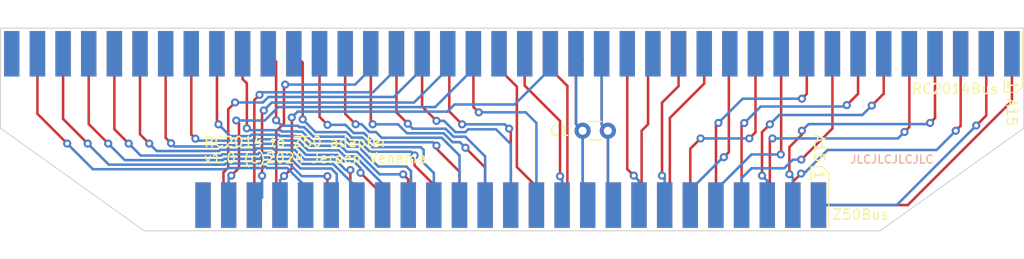
<source format=kicad_pcb>
(kicad_pcb (version 20240108) (generator "pcbnew") (generator_version "8.0")
  (layers (0 "F.Cu" signal) (31 "B.Cu" signal) (34 "B.Paste" user) (35 "F.Paste" user) (36 "B.SilkS" user "B.Silkscreen") (37 "F.SilkS" user "F.Silkscreen") (38 "B.Mask" user) (39 "F.Mask" user) (44 "Edge.Cuts" user))
  (net 0 "")
  (net 1 "/D7")
  (net 2 "/D6")
  (net 3 "/A12")
  (net 4 "/{slash}BUSRQ")
  (net 5 "/A9")
  (net 6 "/{slash}HALT")
  (net 7 "/{slash}IOREQ")
  (net 8 "/A10")
  (net 9 "/D0")
  (net 10 "/D1")
  (net 11 "/A5")
  (net 12 "VCC")
  (net 13 "/{slash}INT")
  (net 14 "/{slash}RD")
  (net 15 "/A11")
  (net 16 "/A0")
  (net 17 "/USR1")
  (net 18 "/{slash}WR")
  (net 19 "/A15")
  (net 20 "/A7")
  (net 21 "/IEO")
  (net 22 "/A4")
  (net 23 "/{slash}WAIT")
  (net 24 "GND")
  (net 25 "/D3")
  (net 26 "/USR0")
  (net 27 "/{slash}BUSACK")
  (net 28 "/A6")
  (net 29 "/D5")
  (net 30 "/IEI")
  (net 31 "/A14")
  (net 32 "/A13")
  (net 33 "/USR3")
  (net 34 "/CLOCK")
  (net 35 "/A1")
  (net 36 "/D4")
  (net 37 "/A2")
  (net 38 "/USR2")
  (net 39 "/{slash}NMI")
  (net 40 "/A3")
  (net 41 "/D2")
  (net 42 "/{slash}MREQ")
  (net 43 "/{slash}RST")
  (net 44 "/A8")
  (net 45 "/TX")
  (net 46 "/RX")
  (net 47 "/{slash}REFRESH")
  (net 48 "/{slash}M1")
  (net 52 "/PAGE")
  (net 59 "/CLOCK2")
  (footprint "Capacitor_THT:C_Disc_D3.0mm_W1.6mm_P2.50mm" (layer "F.Cu") (at 215.138 104.14)
    (property "Reference" "C1")
    (property "Value" "C" (hide yes))
  )
  (footprint "z50rc2014:z50bus_edge" (layer "F.Cu") (at 208.02 116.58)
    (property "Reference" "J1" (hide yes))
    (property "Value" "Z50bus" (hide yes))
  )
  (footprint "z50rc2014:rc2014_edge" (layer "F.Cu") (at 227.178 91.44 180)
    (property "Reference" "J2" (hide yes))
    (property "Value" "Conn_02x40_Top_Bottom" (hide yes))
  )
  (gr_line (start 258.826 93.98) (end 258.826 103.886) (stroke (width 0.1)) (layer "Edge.Cuts"))
  (gr_line (start 157.48 103.886) (end 171.704 114.046) (stroke (width 0.1)) (layer "Edge.Cuts"))
  (gr_line (start 244.602 114.046) (end 171.704 114.046) (stroke (width 0.1)) (layer "Edge.Cuts"))
  (gr_line (start 258.826 103.886) (end 244.602 114.046) (stroke (width 0.1)) (layer "Edge.Cuts"))
  (gr_line (start 157.48 103.886) (end 157.48 93.98) (stroke (width 0.1)) (layer "Edge.Cuts"))
  (gr_line (start 157.48 93.98) (end 258.826 93.98) (stroke (width 0.1)) (layer "Edge.Cuts"))
  (gr_text "JLCJLCJLCJLC" (at 241.554 107.442 0) (layer "B.SilkS") (effects (font (size 0.8 0.8) (thickness 0.15) (bold yes)) (justify left bottom)))
  (gr_text "RC2014 to Z50 adapter\nv1.0 (c)2024 Jeroen Venema" (at 177.546 107.442 0) (layer "F.SilkS") (effects (font (size 1 1)) (justify left bottom)))
  (gr_text "Bus" (at 253.492 100.584 0) (layer "F.SilkS") (effects (font (size 1 1)) (justify left bottom)))
  (gr_text "A15" (at 257.048 100.838 270) (layer "F.SilkS") (effects (font (size 1 1)) (justify left bottom)))
  (gr_text "A15" (at 237.998 104.394 270) (layer "F.SilkS") (effects (font (size 1 1)) (justify left bottom)))
  (segment (start 195.32 110.483015) (end 193.142839 108.305854) (width 0.25) (layer "F.Cu") (net 1))
  (segment (start 195.32 111.5) (end 195.32 110.483015) (width 0.25) (layer "F.Cu") (net 1))
  (segment (start 173.838 96.52) (end 173.838 104.839923) (width 0.25) (layer "F.Cu") (net 1))
  (segment (start 173.838 104.839923) (end 174.373077 105.375) (width 0.25) (layer "F.Cu") (net 1))
  (via (at 193.142839 108.305854) (size 0.8) (drill 0.4) (layers "F.Cu" "B.Cu") (net 1))
  (via (at 174.373077 105.375) (size 0.8) (drill 0.4) (layers "F.Cu" "B.Cu") (net 1))
  (segment (start 191.445228 107.175) (end 190.800228 106.53) (width 0.25) (layer "B.Cu") (net 1))
  (segment (start 179.073004 105.574) (end 178.947004 105.7) (width 0.25) (layer "B.Cu") (net 1))
  (segment (start 192.471605 107.175) (end 191.445228 107.175) (width 0.25) (layer "B.Cu") (net 1))
  (segment (start 182.57402 105.574) (end 179.073004 105.574) (width 0.25) (layer "B.Cu") (net 1))
  (segment (start 184.640996 105.433) (end 182.71502 105.433) (width 0.25) (layer "B.Cu") (net 1))
  (segment (start 178.947004 105.7) (end 174.698077 105.7) (width 0.25) (layer "B.Cu") (net 1))
  (segment (start 174.698077 105.7) (end 174.373077 105.375) (width 0.25) (layer "B.Cu") (net 1))
  (segment (start 187.750012 106.53) (end 186.805012 105.585) (width 0.25) (layer "B.Cu") (net 1))
  (segment (start 193.142839 108.305854) (end 193.142839 107.846234) (width 0.25) (layer "B.Cu") (net 1))
  (segment (start 186.805012 105.585) (end 184.792996 105.585) (width 0.25) (layer "B.Cu") (net 1))
  (segment (start 182.71502 105.433) (end 182.57402 105.574) (width 0.25) (layer "B.Cu") (net 1))
  (segment (start 193.142839 107.846234) (end 192.471605 107.175) (width 0.25) (layer "B.Cu") (net 1))
  (segment (start 190.800228 106.53) (end 187.750012 106.53) (width 0.25) (layer "B.Cu") (net 1))
  (segment (start 184.792996 105.585) (end 184.640996 105.433) (width 0.25) (layer "B.Cu") (net 1))
  (segment (start 176.378 96.52) (end 176.378 104.518859) (width 0.25) (layer "F.Cu") (net 2))
  (segment (start 176.378 104.518859) (end 176.784141 104.925) (width 0.25) (layer "F.Cu") (net 2))
  (via (at 176.784141 104.925) (size 0.8) (drill 0.4) (layers "F.Cu" "B.Cu") (net 2))
  (segment (start 187.936408 106.08) (end 186.991408 105.135) (width 0.25) (layer "B.Cu") (net 2))
  (segment (start 186.991408 105.135) (end 186.531788 105.135) (width 0.25) (layer "B.Cu") (net 2))
  (segment (start 182.387624 105.124) (end 176.983141 105.124) (width 0.25) (layer "B.Cu") (net 2))
  (segment (start 186.506788 105.11) (end 184.954392 105.11) (width 0.25) (layer "B.Cu") (net 2))
  (segment (start 191.586624 106.68) (end 190.986624 106.08) (width 0.25) (layer "B.Cu") (net 2))
  (segment (start 182.528624 104.983) (end 182.387624 105.124) (width 0.25) (layer "B.Cu") (net 2))
  (segment (start 190.986624 106.08) (end 187.936408 106.08) (width 0.25) (layer "B.Cu") (net 2))
  (segment (start 184.954392 105.11) (end 184.827392 104.983) (width 0.25) (layer "B.Cu") (net 2))
  (segment (start 176.983141 105.124) (end 176.784141 104.925) (width 0.25) (layer "B.Cu") (net 2))
  (segment (start 195.32 109.386999) (end 192.613001 106.68) (width 0.25) (layer "B.Cu") (net 2))
  (segment (start 186.531788 105.135) (end 186.506788 105.11) (width 0.25) (layer "B.Cu") (net 2))
  (segment (start 184.827392 104.983) (end 182.528624 104.983) (width 0.25) (layer "B.Cu") (net 2))
  (segment (start 195.32 111.5) (end 195.32 109.386999) (width 0.25) (layer "B.Cu") (net 2))
  (segment (start 192.613001 106.68) (end 191.586624 106.68) (width 0.25) (layer "B.Cu") (net 2))
  (segment (start 250.038 102.882) (end 249.555 103.365) (width 0.25) (layer "F.Cu") (net 3))
  (segment (start 250.038 96.52) (end 250.038 102.882) (width 0.25) (layer "F.Cu") (net 3))
  (segment (start 236.855 104.521) (end 235.615155 105.760845) (width 0.25) (layer "F.Cu") (net 3))
  (segment (start 235.615155 105.760845) (end 235.615155 108.441917) (width 0.25) (layer "F.Cu") (net 3))
  (segment (start 236.855 104.14) (end 236.855 104.521) (width 0.25) (layer "F.Cu") (net 3))
  (via (at 236.855 104.14) (size 0.8) (drill 0.4) (layers "F.Cu" "B.Cu") (net 3))
  (via (at 249.555 103.365) (size 0.8) (drill 0.4) (layers "F.Cu" "B.Cu") (net 3))
  (via (at 235.615155 108.441917) (size 0.8) (drill 0.4) (layers "F.Cu" "B.Cu") (net 3))
  (segment (start 249.555 103.365) (end 249.438377 103.481623) (width 0.25) (layer "B.Cu") (net 3))
  (segment (start 237.513377 103.481623) (end 236.855 104.14) (width 0.25) (layer "B.Cu") (net 3))
  (segment (start 235.96 108.786762) (end 235.615155 108.441917) (width 0.25) (layer "B.Cu") (net 3))
  (segment (start 235.96 111.5) (end 235.96 108.786762) (width 0.25) (layer "B.Cu") (net 3))
  (segment (start 249.438377 103.481623) (end 237.513377 103.481623) (width 0.25) (layer "B.Cu") (net 3))
  (segment (start 179.565 108.263984) (end 180.032633 107.796351) (width 0.25) (layer "F.Cu") (net 4))
  (segment (start 179.565 110.985) (end 179.565 108.263984) (width 0.25) (layer "F.Cu") (net 4))
  (segment (start 180.032633 107.796351) (end 180.032633 102.020069) (width 0.25) (layer "F.Cu") (net 4))
  (segment (start 180.08 111.5) (end 179.565 110.985) (width 0.25) (layer "F.Cu") (net 4))
  (segment (start 180.032633 102.020069) (end 180.713851 101.338851) (width 0.25) (layer "F.Cu") (net 4))
  (via (at 180.713851 101.338851) (size 0.8) (drill 0.4) (layers "F.Cu" "B.Cu") (net 4))
  (segment (start 184.021016 100.793) (end 183.475165 101.338851) (width 0.25) (layer "B.Cu") (net 4))
  (segment (start 199.238 98.008) (end 196.453 100.793) (width 0.25) (layer "B.Cu") (net 4))
  (segment (start 199.238 96.52) (end 199.238 98.008) (width 0.25) (layer "B.Cu") (net 4))
  (segment (start 196.453 100.793) (end 184.021016 100.793) (width 0.25) (layer "B.Cu") (net 4))
  (segment (start 183.475165 101.338851) (end 180.713851 101.338851) (width 0.25) (layer "B.Cu") (net 4))
  (segment (start 230.88 103.638) (end 231.14 103.378) (width 0.25) (layer "F.Cu") (net 5))
  (segment (start 242.418 96.52) (end 242.418 100.482) (width 0.25) (layer "F.Cu") (net 5))
  (segment (start 242.418 100.482) (end 241.3 101.6) (width 0.25) (layer "F.Cu") (net 5))
  (segment (start 230.88 111.5) (end 230.88 103.638) (width 0.25) (layer "F.Cu") (net 5))
  (via (at 241.3 101.6) (size 0.8) (drill 0.4) (layers "F.Cu" "B.Cu") (net 5))
  (via (at 231.14 103.378) (size 0.8) (drill 0.4) (layers "F.Cu" "B.Cu") (net 5))
  (segment (start 232.778 101.74) (end 231.14 103.378) (width 0.25) (layer "B.Cu") (net 5))
  (segment (start 241.3 101.6) (end 241.16 101.74) (width 0.25) (layer "B.Cu") (net 5))
  (segment (start 241.16 101.74) (end 232.778 101.74) (width 0.25) (layer "B.Cu") (net 5))
  (segment (start 183.388 102.294731) (end 183.388 108.599) (width 0.25) (layer "F.Cu") (net 6))
  (segment (start 183.555238 102.127493) (end 183.388 102.294731) (width 0.25) (layer "F.Cu") (net 6))
  (via (at 183.555238 102.127493) (size 0.8) (drill 0.4) (layers "F.Cu" "B.Cu") (net 6))
  (via (at 183.388 108.599) (size 0.8) (drill 0.4) (layers "F.Cu" "B.Cu") (net 6))
  (segment (start 201.778 96.52) (end 201.778 98.008) (width 0.25) (layer "B.Cu") (net 6))
  (segment (start 198.44 101.346) (end 184.336731 101.346) (width 0.25) (layer "B.Cu") (net 6))
  (segment (start 183.388 110.732) (end 183.388 108.599) (width 0.25) (layer "B.Cu") (net 6))
  (segment (start 184.336731 101.346) (end 183.555238 102.127493) (width 0.25) (layer "B.Cu") (net 6))
  (segment (start 182.62 111.5) (end 183.388 110.732) (width 0.25) (layer "B.Cu") (net 6))
  (segment (start 201.778 98.008) (end 198.44 101.346) (width 0.25) (layer "B.Cu") (net 6))
  (segment (start 194.158 103.310607) (end 194.342393 103.495) (width 0.25) (layer "F.Cu") (net 7))
  (segment (start 205.48 107.776016) (end 203.529658 105.825674) (width 0.25) (layer "F.Cu") (net 7))
  (segment (start 194.158 96.52) (end 194.158 103.310607) (width 0.25) (layer "F.Cu") (net 7))
  (segment (start 205.48 111.5) (end 205.48 107.776016) (width 0.25) (layer "F.Cu") (net 7))
  (via (at 194.342393 103.495) (size 0.8) (drill 0.4) (layers "F.Cu" "B.Cu") (net 7))
  (via (at 203.529658 105.825674) (size 0.8) (drill 0.4) (layers "F.Cu" "B.Cu") (net 7))
  (segment (start 201.367413 104.385001) (end 202.252412 105.27) (width 0.25) (layer "B.Cu") (net 7))
  (segment (start 202.973984 105.27) (end 203.529658 105.825674) (width 0.25) (layer "B.Cu") (net 7))
  (segment (start 194.342393 103.495) (end 194.352393 103.505) (width 0.25) (layer "B.Cu") (net 7))
  (segment (start 194.352393 103.505) (end 196.85698 103.505) (width 0.25) (layer "B.Cu") (net 7))
  (segment (start 197.736981 104.385001) (end 201.367413 104.385001) (width 0.25) (layer "B.Cu") (net 7))
  (segment (start 202.252412 105.27) (end 202.973984 105.27) (width 0.25) (layer "B.Cu") (net 7))
  (segment (start 196.85698 103.505) (end 197.736981 104.385001) (width 0.25) (layer "B.Cu") (net 7))
  (segment (start 232.905 108.585) (end 232.905 104.28) (width 0.25) (layer "F.Cu") (net 8))
  (segment (start 232.905 104.28) (end 233.68 103.505) (width 0.25) (layer "F.Cu") (net 8))
  (segment (start 244.958 96.52) (end 244.958 100.468034) (width 0.25) (layer "F.Cu") (net 8))
  (segment (start 244.958 100.468034) (end 243.780486 101.645548) (width 0.25) (layer "F.Cu") (net 8))
  (via (at 243.780486 101.645548) (size 0.8) (drill 0.4) (layers "F.Cu" "B.Cu") (net 8))
  (via (at 233.68 103.505) (size 0.8) (drill 0.4) (layers "F.Cu" "B.Cu") (net 8))
  (via (at 232.905 108.585) (size 0.8) (drill 0.4) (layers "F.Cu" "B.Cu") (net 8))
  (segment (start 233.42 111.5) (end 233.42 109.1) (width 0.25) (layer "B.Cu") (net 8))
  (segment (start 233.42 109.1) (end 232.905 108.585) (width 0.25) (layer "B.Cu") (net 8))
  (segment (start 234.6058 102.5792) (end 233.68 103.505) (width 0.25) (layer "B.Cu") (net 8))
  (segment (start 243.780486 101.645548) (end 242.846834 102.5792) (width 0.25) (layer "B.Cu") (net 8))
  (segment (start 242.846834 102.5792) (end 234.6058 102.5792) (width 0.25) (layer "B.Cu") (net 8))
  (segment (start 191.618 96.52) (end 191.618 102.46051) (width 0.25) (layer "F.Cu") (net 9))
  (segment (start 191.618 102.46051) (end 192.6525 103.49501) (width 0.25) (layer "F.Cu") (net 9))
  (via (at 192.6525 103.49501) (size 0.8) (drill 0.4) (layers "F.Cu" "B.Cu") (net 9))
  (segment (start 194.021377 104.27) (end 194.663409 104.27) (width 0.25) (layer "B.Cu") (net 9))
  (segment (start 193.246387 103.49501) (end 194.021377 104.27) (width 0.25) (layer "B.Cu") (net 9))
  (segment (start 195.228409 104.835) (end 201.181016 104.835) (width 0.25) (layer "B.Cu") (net 9))
  (segment (start 192.6525 103.49501) (end 193.246387 103.49501) (width 0.25) (layer "B.Cu") (net 9))
  (segment (start 202.946 111.494) (end 202.94 111.5) (width 0.25) (layer "B.Cu") (net 9))
  (segment (start 202.946 106.599984) (end 202.946 111.494) (width 0.25) (layer "B.Cu") (net 9))
  (segment (start 194.663409 104.27) (end 195.228409 104.835) (width 0.25) (layer "B.Cu") (net 9))
  (segment (start 201.181016 104.835) (end 202.946 106.599984) (width 0.25) (layer "B.Cu") (net 9))
  (segment (start 200.66 105.918) (end 200.66 105.61) (width 0.25) (layer "F.Cu") (net 10))
  (segment (start 189.078 96.52) (end 189.078 102.766007) (width 0.25) (layer "F.Cu") (net 10))
  (segment (start 202.94 108.198) (end 200.66 105.918) (width 0.25) (layer "F.Cu") (net 10))
  (segment (start 202.94 111.5) (end 202.94 108.198) (width 0.25) (layer "F.Cu") (net 10))
  (segment (start 189.078 102.766007) (end 189.865 103.553007) (width 0.25) (layer "F.Cu") (net 10))
  (via (at 200.66 105.61) (size 0.8) (drill 0.4) (layers "F.Cu" "B.Cu") (net 10))
  (via (at 189.865 103.553007) (size 0.8) (drill 0.4) (layers "F.Cu" "B.Cu") (net 10))
  (segment (start 200.335001 105.285001) (end 194.399982 105.285001) (width 0.25) (layer "B.Cu") (net 10))
  (segment (start 193.484981 104.37) (end 192.458604 104.37) (width 0.25) (layer "B.Cu") (net 10))
  (segment (start 200.66 105.61) (end 200.335001 105.285001) (width 0.25) (layer "B.Cu") (net 10))
  (segment (start 191.641611 103.553007) (end 189.865 103.553007) (width 0.25) (layer "B.Cu") (net 10))
  (segment (start 194.399982 105.285001) (end 193.484981 104.37) (width 0.25) (layer "B.Cu") (net 10))
  (segment (start 192.458604 104.37) (end 191.641611 103.553007) (width 0.25) (layer "B.Cu") (net 10))
  (segment (start 232.258 96.52) (end 232.258 104.292) (width 0.25) (layer "F.Cu") (net 11))
  (segment (start 225.8 105.924) (end 226.822 104.902) (width 0.25) (layer "F.Cu") (net 11))
  (segment (start 232.258 104.292) (end 231.647996 104.902004) (width 0.25) (layer "F.Cu") (net 11))
  (segment (start 225.8 111.5) (end 225.8 105.924) (width 0.25) (layer "F.Cu") (net 11))
  (via (at 231.647996 104.902004) (size 0.8) (drill 0.4) (layers "F.Cu" "B.Cu") (net 11))
  (via (at 226.822 104.902) (size 0.8) (drill 0.4) (layers "F.Cu" "B.Cu") (net 11))
  (segment (start 231.647992 104.902) (end 231.647996 104.902004) (width 0.25) (layer "B.Cu") (net 11))
  (segment (start 226.822 104.902) (end 231.647992 104.902) (width 0.25) (layer "B.Cu") (net 11))
  (segment (start 215.138 104.14) (end 215.138 110.998) (width 0.25) (layer "F.Cu") (net 12))
  (segment (start 214.478 96.52) (end 214.478 103.48) (width 0.25) (layer "F.Cu") (net 12))
  (segment (start 214.478 103.48) (end 215.138 104.14) (width 0.25) (layer "F.Cu") (net 12))
  (segment (start 214.478 96.52) (end 215.138 97.18) (width 0.25) (layer "F.Cu") (net 12))
  (segment (start 215.138 110.998) (end 215.64 111.5) (width 0.25) (layer "F.Cu") (net 12))
  (segment (start 214.478 96.52) (end 214.478 103.48) (width 0.25) (layer "B.Cu") (net 12))
  (segment (start 215.138 104.14) (end 215.138 110.998) (width 0.25) (layer "B.Cu") (net 12))
  (segment (start 214.478 96.52) (end 215.138 97.18) (width 0.25) (layer "B.Cu") (net 12))
  (segment (start 215.138 110.998) (end 215.64 111.5) (width 0.25) (layer "B.Cu") (net 12))
  (segment (start 214.478 103.48) (end 215.138 104.14) (width 0.25) (layer "B.Cu") (net 12))
  (segment (start 204.318 101.781972) (end 204.851025 102.314997) (width 0.25) (layer "F.Cu") (net 13))
  (segment (start 204.318 96.52) (end 204.318 101.781972) (width 0.25) (layer "F.Cu") (net 13))
  (via (at 204.851025 102.314997) (size 0.8) (drill 0.4) (layers "F.Cu" "B.Cu") (net 13))
  (segment (start 209.502997 102.314997) (end 210.56 103.372) (width 0.25) (layer "B.Cu") (net 13))
  (segment (start 210.56 103.372) (end 210.56 111.5) (width 0.25) (layer "B.Cu") (net 13))
  (segment (start 204.851025 102.314997) (end 209.502997 102.314997) (width 0.25) (layer "B.Cu") (net 13))
  (segment (start 196.698 102.320716) (end 196.698 96.52) (width 0.25) (layer "F.Cu") (net 14))
  (segment (start 197.822284 103.445) (end 196.698 102.320716) (width 0.25) (layer "F.Cu") (net 14))
  (via (at 197.822284 103.445) (size 0.8) (drill 0.4) (layers "F.Cu" "B.Cu") (net 14))
  (segment (start 202.348809 104.730001) (end 203.530001 104.730001) (width 0.25) (layer "B.Cu") (net 14))
  (segment (start 205.48 106.68) (end 205.48 111.5) (width 0.25) (layer "B.Cu") (net 14))
  (segment (start 197.822284 103.445) (end 198.312284 103.935) (width 0.25) (layer "B.Cu") (net 14))
  (segment (start 203.530001 104.730001) (end 205.48 106.68) (width 0.25) (layer "B.Cu") (net 14))
  (segment (start 198.312284 103.935) (end 201.553808 103.935) (width 0.25) (layer "B.Cu") (net 14))
  (segment (start 201.553808 103.935) (end 202.348809 104.730001) (width 0.25) (layer "B.Cu") (net 14))
  (segment (start 247.498 103.773623) (end 247.015 104.256623) (width 0.25) (layer "F.Cu") (net 15))
  (segment (start 247.498 96.52) (end 247.498 103.773623) (width 0.25) (layer "F.Cu") (net 15))
  (segment (start 233.68 105.156) (end 233.934 104.902) (width 0.25) (layer "F.Cu") (net 15))
  (segment (start 233.42 111.5) (end 233.68 111.24) (width 0.25) (layer "F.Cu") (net 15))
  (segment (start 233.68 111.24) (end 233.68 105.156) (width 0.25) (layer "F.Cu") (net 15))
  (via (at 247.015 104.256623) (size 0.8) (drill 0.4) (layers "F.Cu" "B.Cu") (net 15))
  (via (at 233.934 104.902) (size 0.8) (drill 0.4) (layers "F.Cu" "B.Cu") (net 15))
  (segment (start 247.015 104.256623) (end 246.369623 104.902) (width 0.25) (layer "B.Cu") (net 15))
  (segment (start 246.369623 104.902) (end 233.934 104.902) (width 0.25) (layer "B.Cu") (net 15))
  (segment (start 219.558 96.52) (end 219.558 107.938) (width 0.25) (layer "F.Cu") (net 16))
  (segment (start 219.558 107.938) (end 220.205 108.585) (width 0.25) (layer "F.Cu") (net 16))
  (via (at 220.205 108.585) (size 0.8) (drill 0.4) (layers "F.Cu" "B.Cu") (net 16))
  (segment (start 220.72 109.1) (end 220.205 108.585) (width 0.25) (layer "B.Cu") (net 16))
  (segment (start 220.72 111.5) (end 220.72 109.1) (width 0.25) (layer "B.Cu") (net 16))
  (segment (start 163.678 102.972) (end 166.116 105.41) (width 0.25) (layer "F.Cu") (net 17))
  (segment (start 163.678 96.52) (end 163.678 102.972) (width 0.25) (layer "F.Cu") (net 17))
  (segment (start 189.857512 111.117512) (end 189.857512 108.645) (width 0.25) (layer "F.Cu") (net 17))
  (segment (start 190.24 111.5) (end 189.857512 111.117512) (width 0.25) (layer "F.Cu") (net 17))
  (via (at 189.857512 108.645) (size 0.8) (drill 0.4) (layers "F.Cu" "B.Cu") (net 17))
  (via (at 166.116 105.41) (size 0.8) (drill 0.4) (layers "F.Cu" "B.Cu") (net 17))
  (segment (start 187.319428 108.645) (end 186.059428 107.385) (width 0.25) (layer "B.Cu") (net 17))
  (segment (start 182.728588 107.385) (end 179.807588 107.385) (width 0.25) (layer "B.Cu") (net 17))
  (segment (start 179.692588 107.5) (end 168.206 107.5) (width 0.25) (layer "B.Cu") (net 17))
  (segment (start 183.460604 107.233) (end 183.319604 107.374) (width 0.25) (layer "B.Cu") (net 17))
  (segment (start 186.059428 107.385) (end 184.047412 107.385) (width 0.25) (layer "B.Cu") (net 17))
  (segment (start 183.319604 107.374) (end 182.739588 107.374) (width 0.25) (layer "B.Cu") (net 17))
  (segment (start 168.206 107.5) (end 166.116 105.41) (width 0.25) (layer "B.Cu") (net 17))
  (segment (start 189.857512 108.645) (end 187.319428 108.645) (width 0.25) (layer "B.Cu") (net 17))
  (segment (start 184.047412 107.385) (end 183.895412 107.233) (width 0.25) (layer "B.Cu") (net 17))
  (segment (start 183.895412 107.233) (end 183.460604 107.233) (width 0.25) (layer "B.Cu") (net 17))
  (segment (start 182.739588 107.374) (end 182.728588 107.385) (width 0.25) (layer "B.Cu") (net 17))
  (segment (start 179.807588 107.385) (end 179.692588 107.5) (width 0.25) (layer "B.Cu") (net 17))
  (segment (start 199.238 96.52) (end 199.238 101.738) (width 0.25) (layer "F.Cu") (net 18))
  (segment (start 199.238 101.738) (end 200.66 103.16) (width 0.25) (layer "F.Cu") (net 18))
  (via (at 200.66 103.16) (size 0.8) (drill 0.4) (layers "F.Cu" "B.Cu") (net 18))
  (segment (start 202.535205 104.280001) (end 203.521015 104.280001) (width 0.25) (layer "B.Cu") (net 18))
  (segment (start 206.558119 104) (end 208.02 105.461881) (width 0.25) (layer "B.Cu") (net 18))
  (segment (start 208.02 105.461881) (end 208.02 111.5) (width 0.25) (layer "B.Cu") (net 18))
  (segment (start 200.66 103.16) (end 201.415204 103.16) (width 0.25) (layer "B.Cu") (net 18))
  (segment (start 201.415204 103.16) (end 202.535205 104.280001) (width 0.25) (layer "B.Cu") (net 18))
  (segment (start 203.521015 104.280001) (end 203.801016 104) (width 0.25) (layer "B.Cu") (net 18))
  (segment (start 203.801016 104) (end 206.558119 104) (width 0.25) (layer "B.Cu") (net 18))
  (segment (start 247.341 111.5) (end 238.5 111.5) (width 0.25) (layer "F.Cu") (net 19))
  (segment (start 257.658 96.52) (end 257.658 101.183) (width 0.25) (layer "F.Cu") (net 19))
  (segment (start 257.658 101.183) (end 247.341 111.5) (width 0.25) (layer "F.Cu") (net 19))
  (segment (start 228.346 103.607664) (end 228.5866 103.367064) (width 0.25) (layer "F.Cu") (net 20))
  (segment (start 237.338 96.52) (end 237.720745 96.902745) (width 0.25) (layer "F.Cu") (net 20))
  (segment (start 237.338 100.481996) (end 236.855 100.964996) (width 0.25) (layer "F.Cu") (net 20))
  (segment (start 228.34 111.5) (end 228.346 111.494) (width 0.25) (layer "F.Cu") (net 20))
  (segment (start 228.346 111.494) (end 228.346 103.607664) (width 0.25) (layer "F.Cu") (net 20))
  (segment (start 237.338 96.52) (end 237.338 100.481996) (width 0.25) (layer "F.Cu") (net 20))
  (via (at 236.855 100.964996) (size 0.8) (drill 0.4) (layers "F.Cu" "B.Cu") (net 20))
  (via (at 228.5866 103.367064) (size 0.8) (drill 0.4) (layers "F.Cu" "B.Cu") (net 20))
  (segment (start 230.988664 100.965) (end 236.854996 100.965) (width 0.25) (layer "B.Cu") (net 20))
  (segment (start 228.5866 103.367064) (end 230.988664 100.965) (width 0.25) (layer "B.Cu") (net 20))
  (segment (start 236.854996 100.965) (end 236.855 100.964996) (width 0.25) (layer "B.Cu") (net 20))
  (segment (start 229.618419 96.619581) (end 229.618419 106.261112) (width 0.25) (layer "F.Cu") (net 22))
  (segment (start 229.718 96.52) (end 229.618419 96.619581) (width 0.25) (layer "F.Cu") (net 22))
  (segment (start 229.618419 106.261112) (end 229.121 106.758531) (width 0.25) (layer "F.Cu") (net 22))
  (via (at 229.121 106.758531) (size 0.8) (drill 0.4) (layers "F.Cu" "B.Cu") (net 22))
  (segment (start 225.8 110.012) (end 229.053469 106.758531) (width 0.25) (layer "B.Cu") (net 22))
  (segment (start 229.053469 106.758531) (end 229.121 106.758531) (width 0.25) (layer "B.Cu") (net 22))
  (segment (start 225.8 111.5) (end 225.8 110.012) (width 0.25) (layer "B.Cu") (net 22))
  (segment (start 182.62 101.097996) (end 183.134 100.583996) (width 0.25) (layer "F.Cu") (net 23))
  (segment (start 182.62 111.5) (end 182.62 101.097996) (width 0.25) (layer "F.Cu") (net 23))
  (via (at 183.134 100.583996) (size 0.8) (drill 0.4) (layers "F.Cu" "B.Cu") (net 23))
  (segment (start 196.698 98.008) (end 194.375994 100.330006) (width 0.25) (layer "B.Cu") (net 23))
  (segment (start 194.375994 100.330006) (end 183.38799 100.330006) (width 0.25) (layer "B.Cu") (net 23))
  (segment (start 196.698 96.52) (end 196.698 98.008) (width 0.25) (layer "B.Cu") (net 23))
  (segment (start 183.38799 100.330006) (end 183.134 100.583996) (width 0.25) (layer "B.Cu") (net 23))
  (segment (start 217.638 104.14) (end 217.638 110.958) (width 0.25) (layer "F.Cu") (net 24))
  (segment (start 217.018 103.52) (end 217.638 104.14) (width 0.25) (layer "F.Cu") (net 24))
  (segment (start 217.018 96.52) (end 217.018 103.52) (width 0.25) (layer "F.Cu") (net 24))
  (segment (start 217.638 110.958) (end 218.18 111.5) (width 0.25) (layer "F.Cu") (net 24))
  (segment (start 217.018 103.52) (end 217.638 104.14) (width 0.25) (layer "B.Cu") (net 24))
  (segment (start 217.638 110.958) (end 218.18 111.5) (width 0.25) (layer "B.Cu") (net 24))
  (segment (start 217.018 96.52) (end 217.018 103.52) (width 0.25) (layer "B.Cu") (net 24))
  (segment (start 217.638 104.14) (end 217.638 110.958) (width 0.25) (layer "B.Cu") (net 24))
  (segment (start 198.499456 107.585456) (end 198.499456 106.578862) (width 0.25) (layer "F.Cu") (net 25))
  (segment (start 200.4 109.486) (end 198.499456 107.585456) (width 0.25) (layer "F.Cu") (net 25))
  (segment (start 184.778012 97.300012) (end 184.778012 103.096751) (width 0.25) (layer "F.Cu") (net 25))
  (segment (start 200.4 111.5) (end 200.4 109.486) (width 0.25) (layer "F.Cu") (net 25))
  (segment (start 183.998 96.52) (end 184.778012 97.300012) (width 0.25) (layer "F.Cu") (net 25))
  (via (at 184.778012 103.096751) (size 0.8) (drill 0.4) (layers "F.Cu" "B.Cu") (net 25))
  (via (at 198.499456 106.578862) (size 0.8) (drill 0.4) (layers "F.Cu" "B.Cu") (net 25))
  (segment (start 198.139576 106.218982) (end 194.061171 106.218982) (width 0.25) (layer "B.Cu") (net 25))
  (segment (start 185.326261 103.645) (end 184.778012 103.096751) (width 0.25) (layer "B.Cu") (net 25))
  (segment (start 187.550596 103.785) (end 187.090976 103.785) (width 0.25) (layer "B.Cu") (net 25))
  (segment (start 188.495596 104.73) (end 187.550596 103.785) (width 0.25) (layer "B.Cu") (net 25))
  (segment (start 194.061171 106.218982) (end 193.112189 105.27) (width 0.25) (layer "B.Cu") (net 25))
  (segment (start 198.499456 106.578862) (end 198.139576 106.218982) (width 0.25) (layer "B.Cu") (net 25))
  (segment (start 186.950976 103.645) (end 185.326261 103.645) (width 0.25) (layer "B.Cu") (net 25))
  (segment (start 191.545812 104.73) (end 188.495596 104.73) (width 0.25) (layer "B.Cu") (net 25))
  (segment (start 187.090976 103.785) (end 186.950976 103.645) (width 0.25) (layer "B.Cu") (net 25))
  (segment (start 193.112189 105.27) (end 192.085812 105.27) (width 0.25) (layer "B.Cu") (net 25))
  (segment (start 192.085812 105.27) (end 191.545812 104.73) (width 0.25) (layer "B.Cu") (net 25))
  (segment (start 166.218 96.52) (end 166.218 103.48) (width 0.25) (layer "F.Cu") (net 26))
  (segment (start 166.218 103.48) (end 168.148 105.41) (width 0.25) (layer "F.Cu") (net 26))
  (via (at 168.148 105.41) (size 0.8) (drill 0.4) (layers "F.Cu" "B.Cu") (net 26))
  (segment (start 190.78652 108.42548) (end 190.24104 107.88) (width 0.25) (layer "B.Cu") (net 26))
  (segment (start 169.788 107.05) (end 168.148 105.41) (width 0.25) (layer "B.Cu") (net 26))
  (segment (start 183.133208 106.924) (end 179.632192 106.924) (width 0.25) (layer "B.Cu") (net 26))
  (segment (start 187.190824 107.88) (end 186.245824 106.935) (width 0.25) (layer "B.Cu") (net 26))
  (segment (start 179.632192 106.924) (end 179.506192 107.05) (width 0.25) (layer "B.Cu") (net 26))
  (segment (start 190.24104 107.88) (end 187.190824 107.88) (width 0.25) (layer "B.Cu") (net 26))
  (segment (start 184.233808 106.935) (end 184.081808 106.783) (width 0.25) (layer "B.Cu") (net 26))
  (segment (start 179.506192 107.05) (end 169.788 107.05) (width 0.25) (layer "B.Cu") (net 26))
  (segment (start 190.78652 110.95348) (end 190.78652 108.42548) (width 0.25) (layer "B.Cu") (net 26))
  (segment (start 184.081808 106.783) (end 183.274208 106.783) (width 0.25) (layer "B.Cu") (net 26))
  (segment (start 190.24 111.5) (end 190.78652 110.95348) (width 0.25) (layer "B.Cu") (net 26))
  (segment (start 186.245824 106.935) (end 184.233808 106.935) (width 0.25) (layer "B.Cu") (net 26))
  (segment (start 183.274208 106.783) (end 183.133208 106.924) (width 0.25) (layer "B.Cu") (net 26))
  (segment (start 181.102 103.394748) (end 180.831252 103.124) (width 0.25) (layer "F.Cu") (net 27))
  (segment (start 180.34 108.585) (end 181.102 107.823) (width 0.25) (layer "F.Cu") (net 27))
  (segment (start 181.102 107.823) (end 181.102 103.394748) (width 0.25) (layer "F.Cu") (net 27))
  (via (at 180.34 108.585) (size 0.8) (drill 0.4) (layers "F.Cu" "B.Cu") (net 27))
  (via (at 180.831252 103.124) (size 0.8) (drill 0.4) (layers "F.Cu" "B.Cu") (net 27))
  (segment (start 184.982747 101.796) (end 183.654747 103.124) (width 0.25) (layer "B.Cu") (net 27))
  (segment (start 204.318 98.008) (end 200.53 101.796) (width 0.25) (layer "B.Cu") (net 27))
  (segment (start 200.53 101.796) (end 184.982747 101.796) (width 0.25) (layer "B.Cu") (net 27))
  (segment (start 183.654747 103.124) (end 180.831252 103.124) (width 0.25) (layer "B.Cu") (net 27))
  (segment (start 180.08 111.5) (end 180.08 108.845) (width 0.25) (layer "B.Cu") (net 27))
  (segment (start 180.08 108.845) (end 180.34 108.585) (width 0.25) (layer "B.Cu") (net 27))
  (segment (start 204.318 96.52) (end 204.318 98.008) (width 0.25) (layer "B.Cu") (net 27))
  (segment (start 234.798 106.452156) (end 234.760078 106.490078) (width 0.25) (layer "F.Cu") (net 28))
  (segment (start 234.798 96.52) (end 234.798 106.452156) (width 0.25) (layer "F.Cu") (net 28))
  (via (at 234.760078 106.490078) (size 0.8) (drill 0.4) (layers "F.Cu" "B.Cu") (net 28))
  (segment (start 228.34 110.012) (end 231.861922 106.490078) (width 0.25) (layer "B.Cu") (net 28))
  (segment (start 228.34 111.5) (end 228.34 110.012) (width 0.25) (layer "B.Cu") (net 28))
  (segment (start 231.861922 106.490078) (end 234.760078 106.490078) (width 0.25) (layer "B.Cu") (net 28))
  (segment (start 178.918 103.353) (end 179.07 103.505) (width 0.25) (layer "F.Cu") (net 29))
  (segment (start 197.86 108.96) (end 197.358 108.458) (width 0.25) (layer "F.Cu") (net 29))
  (segment (start 178.918 96.52) (end 178.918 103.353) (width 0.25) (layer "F.Cu") (net 29))
  (segment (start 197.86 111.5) (end 197.86 108.96) (width 0.25) (layer "F.Cu") (net 29))
  (via (at 179.07 103.505) (size 0.8) (drill 0.4) (layers "F.Cu" "B.Cu") (net 29))
  (via (at 197.358 108.458) (size 0.8) (drill 0.4) (layers "F.Cu" "B.Cu") (net 29))
  (segment (start 188.122804 105.63) (end 191.17302 105.63) (width 0.25) (layer "B.Cu") (net 29))
  (segment (start 185.013788 104.533) (end 185.140788 104.66) (width 0.25) (layer "B.Cu") (net 29))
  (segment (start 185.140788 104.66) (end 186.693184 104.66) (width 0.25) (layer "B.Cu") (net 29))
  (segment (start 180.239 104.674) (end 182.201228 104.674) (width 0.25) (layer "B.Cu") (net 29))
  (segment (start 179.07 103.505) (end 180.239 104.674) (width 0.25) (layer "B.Cu") (net 29))
  (segment (start 192.799397 106.23) (end 195.027397 108.458) (width 0.25) (layer "B.Cu") (net 29))
  (segment (start 186.693184 104.66) (end 186.718184 104.685) (width 0.25) (layer "B.Cu") (net 29))
  (segment (start 195.027397 108.458) (end 197.358 108.458) (width 0.25) (layer "B.Cu") (net 29))
  (segment (start 186.718184 104.685) (end 187.177804 104.685) (width 0.25) (layer "B.Cu") (net 29))
  (segment (start 182.201228 104.674) (end 182.342228 104.533) (width 0.25) (layer "B.Cu") (net 29))
  (segment (start 182.342228 104.533) (end 185.013788 104.533) (width 0.25) (layer "B.Cu") (net 29))
  (segment (start 187.177804 104.685) (end 188.122804 105.63) (width 0.25) (layer "B.Cu") (net 29))
  (segment (start 191.77302 106.23) (end 192.799397 106.23) (width 0.25) (layer "B.Cu") (net 29))
  (segment (start 191.17302 105.63) (end 191.77302 106.23) (width 0.25) (layer "B.Cu") (net 29))
  (segment (start 255.118 96.52) (end 255.118 102.626984) (width 0.25) (layer "F.Cu") (net 31))
  (segment (start 255.118 102.626984) (end 254.119992 103.624992) (width 0.25) (layer "F.Cu") (net 31))
  (via (at 254.119992 103.624992) (size 0.8) (drill 0.4) (layers "F.Cu" "B.Cu") (net 31))
  (segment (start 254.119992 103.624992) (end 246.244984 111.5) (width 0.25) (layer "B.Cu") (net 31))
  (segment (start 246.244984 111.5) (end 238.5 111.5) (width 0.25) (layer "B.Cu") (net 31))
  (segment (start 236.773491 108.379597) (end 235.96 109.193088) (width 0.25) (layer "F.Cu") (net 32))
  (segment (start 235.96 109.193088) (end 235.96 111.5) (width 0.25) (layer "F.Cu") (net 32))
  (segment (start 252.578 96.52) (end 252.578 103.657) (width 0.25) (layer "F.Cu") (net 32))
  (segment (start 252.578 103.657) (end 252.095 104.14) (width 0.25) (layer "F.Cu") (net 32))
  (via (at 236.773491 108.379597) (size 0.8) (drill 0.4) (layers "F.Cu" "B.Cu") (net 32))
  (via (at 252.095 104.14) (size 0.8) (drill 0.4) (layers "F.Cu" "B.Cu") (net 32))
  (segment (start 237.060403 108.379597) (end 239.395 106.045) (width 0.25) (layer "B.Cu") (net 32))
  (segment (start 250.19 106.045) (end 252.095 104.14) (width 0.25) (layer "B.Cu") (net 32))
  (segment (start 236.773491 108.379597) (end 237.060403 108.379597) (width 0.25) (layer "B.Cu") (net 32))
  (segment (start 239.395 106.045) (end 250.19 106.045) (width 0.25) (layer "B.Cu") (net 32))
  (segment (start 206.858 98.008) (end 208.623 99.773) (width 0.25) (layer "F.Cu") (net 34))
  (segment (start 208.623 99.773) (end 208.623 107.732) (width 0.25) (layer "F.Cu") (net 34))
  (segment (start 206.858 96.52) (end 206.858 98.008) (width 0.25) (layer "F.Cu") (net 34))
  (segment (start 210.56 109.669) (end 210.56 111.5) (width 0.25) (layer "F.Cu") (net 34))
  (segment (start 208.623 107.732) (end 210.56 109.669) (width 0.25) (layer "F.Cu") (net 34))
  (segment (start 221.615 97.003) (end 221.615 103.505) (width 0.25) (layer "F.Cu") (net 35))
  (segment (start 221.615 103.505) (end 220.98 104.14) (width 0.25) (layer "F.Cu") (net 35))
  (segment (start 222.098 96.52) (end 221.615 97.003) (width 0.25) (layer "F.Cu") (net 35))
  (segment (start 220.98 104.14) (end 220.98 111.24) (width 0.25) (layer "F.Cu") (net 35))
  (segment (start 220.98 111.24) (end 220.72 111.5) (width 0.25) (layer "F.Cu") (net 35))
  (segment (start 181.458 99.02) (end 181.880212 99.442212) (width 0.25) (layer "F.Cu") (net 36))
  (segment (start 181.458 96.52) (end 181.458 99.02) (width 0.25) (layer "F.Cu") (net 36))
  (segment (start 181.880212 99.442212) (end 181.880212 103.899) (width 0.25) (layer "F.Cu") (net 36))
  (via (at 181.880212 103.899) (size 0.8) (drill 0.4) (layers "F.Cu" "B.Cu") (net 36))
  (segment (start 185.327184 104.21) (end 186.87958 104.21) (width 0.25) (layer "B.Cu") (net 36))
  (segment (start 181.880212 103.899) (end 182.064212 104.083) (width 0.25) (layer "B.Cu") (net 36))
  (segment (start 186.90458 104.235) (end 187.3642 104.235) (width 0.25) (layer "B.Cu") (net 36))
  (segment (start 185.200184 104.083) (end 185.327184 104.21) (width 0.25) (layer "B.Cu") (net 36))
  (segment (start 187.3642 104.235) (end 188.3092 105.18) (width 0.25) (layer "B.Cu") (net 36))
  (segment (start 182.064212 104.083) (end 185.200184 104.083) (width 0.25) (layer "B.Cu") (net 36))
  (segment (start 194.888793 107.683) (end 197.679016 107.683) (width 0.25) (layer "B.Cu") (net 36))
  (segment (start 198.133 108.136984) (end 198.133 111.227) (width 0.25) (layer "B.Cu") (net 36))
  (segment (start 192.925793 105.72) (end 194.888793 107.683) (width 0.25) (layer "B.Cu") (net 36))
  (segment (start 197.679016 107.683) (end 198.133 108.136984) (width 0.25) (layer "B.Cu") (net 36))
  (segment (start 191.899416 105.72) (end 192.925793 105.72) (width 0.25) (layer "B.Cu") (net 36))
  (segment (start 198.133 111.227) (end 197.86 111.5) (width 0.25) (layer "B.Cu") (net 36))
  (segment (start 186.87958 104.21) (end 186.90458 104.235) (width 0.25) (layer "B.Cu") (net 36))
  (segment (start 191.359416 105.18) (end 191.899416 105.72) (width 0.25) (layer "B.Cu") (net 36))
  (segment (start 188.3092 105.18) (end 191.359416 105.18) (width 0.25) (layer "B.Cu") (net 36))
  (segment (start 222.999 101.359) (end 222.999 108.585) (width 0.25) (layer "F.Cu") (net 37))
  (segment (start 224.638 99.72) (end 222.999 101.359) (width 0.25) (layer "F.Cu") (net 37))
  (segment (start 224.638 96.52) (end 224.638 99.72) (width 0.25) (layer "F.Cu") (net 37))
  (via (at 222.999 108.585) (size 0.8) (drill 0.4) (layers "F.Cu" "B.Cu") (net 37))
  (segment (start 223.26 111.5) (end 223.26 108.846) (width 0.25) (layer "B.Cu") (net 37))
  (segment (start 223.26 108.846) (end 222.999 108.585) (width 0.25) (layer "B.Cu") (net 37))
  (segment (start 164.084 105.41) (end 161.138 102.464) (width 0.25) (layer "F.Cu") (net 38))
  (segment (start 161.138 102.464) (end 161.138 96.52) (width 0.25) (layer "F.Cu") (net 38))
  (via (at 164.084 105.41) (size 0.8) (drill 0.4) (layers "F.Cu" "B.Cu") (net 38))
  (segment (start 183.506 107.824) (end 183.647 107.683) (width 0.25) (layer "B.Cu") (net 38))
  (segment (start 187.7 109.661968) (end 187.7 111.5) (width 0.25) (layer "B.Cu") (net 38))
  (segment (start 179.993984 107.835) (end 182.914984 107.835) (width 0.25) (layer "B.Cu") (net 38))
  (segment (start 164.084 105.41) (end 166.624 107.95) (width 0.25) (layer "B.Cu") (net 38))
  (segment (start 183.861016 107.835) (end 185.873032 107.835) (width 0.25) (layer "B.Cu") (net 38))
  (segment (start 166.624 107.95) (end 179.878984 107.95) (width 0.25) (layer "B.Cu") (net 38))
  (segment (start 183.709016 107.683) (end 183.861016 107.835) (width 0.25) (layer "B.Cu") (net 38))
  (segment (start 182.914984 107.835) (end 182.925984 107.824) (width 0.25) (layer "B.Cu") (net 38))
  (segment (start 183.647 107.683) (end 183.709016 107.683) (width 0.25) (layer "B.Cu") (net 38))
  (segment (start 185.873032 107.835) (end 187.7 109.661968) (width 0.25) (layer "B.Cu") (net 38))
  (segment (start 179.878984 107.95) (end 179.993984 107.835) (width 0.25) (layer "B.Cu") (net 38))
  (segment (start 182.925984 107.824) (end 183.506 107.824) (width 0.25) (layer "B.Cu") (net 38))
  (segment (start 185.553012 99.688988) (end 185.674 99.568) (width 0.25) (layer "F.Cu") (net 39))
  (segment (start 185.553012 103.417767) (end 185.553012 99.688988) (width 0.25) (layer "F.Cu") (net 39))
  (segment (start 184.793508 104.177271) (end 185.553012 103.417767) (width 0.25) (layer "F.Cu") (net 39))
  (segment (start 185.16 111.5) (end 184.793508 111.133508) (width 0.25) (layer "F.Cu") (net 39))
  (segment (start 184.793508 111.133508) (end 184.793508 104.177271) (width 0.25) (layer "F.Cu") (net 39))
  (via (at 185.674 99.568) (size 0.8) (drill 0.4) (layers "F.Cu" "B.Cu") (net 39))
  (segment (start 194.158 98.008) (end 192.598 99.568) (width 0.25) (layer "B.Cu") (net 39))
  (segment (start 194.158 96.52) (end 194.158 98.008) (width 0.25) (layer "B.Cu") (net 39))
  (segment (start 192.598 99.568) (end 185.674 99.568) (width 0.25) (layer "B.Cu") (net 39))
  (segment (start 223.774 110.986) (end 223.26 111.5) (width 0.25) (layer "F.Cu") (net 40))
  (segment (start 227.178 99.466) (end 223.774 102.87) (width 0.25) (layer "F.Cu") (net 40))
  (segment (start 223.26 111.5) (end 222.885 111.125) (width 0.25) (layer "F.Cu") (net 40))
  (segment (start 223.774 102.87) (end 223.774 110.986) (width 0.25) (layer "F.Cu") (net 40))
  (segment (start 227.178 96.52) (end 227.178 99.466) (width 0.25) (layer "F.Cu") (net 40))
  (segment (start 187.411992 97.393992) (end 187.411992 103.01) (width 0.25) (layer "F.Cu") (net 41))
  (segment (start 186.538 96.52) (end 187.411992 97.393992) (width 0.25) (layer "F.Cu") (net 41))
  (via (at 187.411992 103.01) (size 0.8) (drill 0.4) (layers "F.Cu" "B.Cu") (net 41))
  (segment (start 188.681992 104.28) (end 187.411992 103.01) (width 0.25) (layer "B.Cu") (net 41))
  (segment (start 200.4 108.325) (end 199.39 107.315) (width 0.25) (layer "B.Cu") (net 41))
  (segment (start 200.4 111.5) (end 200.4 108.325) (width 0.25) (layer "B.Cu") (net 41))
  (segment (start 194.247567 105.768982) (end 193.298585 104.82) (width 0.25) (layer "B.Cu") (net 41))
  (segment (start 199.113982 105.768982) (end 194.247567 105.768982) (width 0.25) (layer "B.Cu") (net 41))
  (segment (start 193.298585 104.82) (end 192.272208 104.82) (width 0.25) (layer "B.Cu") (net 41))
  (segment (start 199.39 106.045) (end 199.39 107.315) (width 0.25) (layer "B.Cu") (net 41))
  (segment (start 191.732208 104.28) (end 188.681992 104.28) (width 0.25) (layer "B.Cu") (net 41))
  (segment (start 199.39 106.045) (end 199.113982 105.768982) (width 0.25) (layer "B.Cu") (net 41))
  (segment (start 192.272208 104.82) (end 191.732208 104.28) (width 0.25) (layer "B.Cu") (net 41))
  (segment (start 208.026 111.494) (end 208.026 107.869984) (width 0.25) (layer "F.Cu") (net 42))
  (segment (start 201.778 96.52) (end 201.93 96.672) (width 0.25) (layer "F.Cu") (net 42))
  (segment (start 201.93 96.672) (end 201.93 102.235) (width 0.25) (layer "F.Cu") (net 42))
  (segment (start 201.93 102.235) (end 203.2 103.505) (width 0.25) (layer "F.Cu") (net 42))
  (segment (start 208.02 111.5) (end 208.026 111.494) (width 0.25) (layer "F.Cu") (net 42))
  (segment (start 208.026 107.869984) (end 208.02 107.863984) (width 0.25) (layer "F.Cu") (net 42))
  (segment (start 208.02 104.099996) (end 207.852502 103.932498) (width 0.25) (layer "F.Cu") (net 42))
  (segment (start 208.02 107.863984) (end 208.02 104.099996) (width 0.25) (layer "F.Cu") (net 42))
  (via (at 207.852502 103.932498) (size 0.8) (drill 0.4) (layers "F.Cu" "B.Cu") (net 42))
  (via (at 203.2 103.505) (size 0.8) (drill 0.4) (layers "F.Cu" "B.Cu") (net 42))
  (segment (start 203.2 103.505) (end 207.425004 103.505) (width 0.25) (layer "B.Cu") (net 42))
  (segment (start 207.425004 103.505) (end 207.852502 103.932498) (width 0.25) (layer "B.Cu") (net 42))
  (segment (start 212.902 108.649998) (end 212.902 103.174) (width 0.25) (layer "F.Cu") (net 43))
  (segment (start 209.398 99.67) (end 209.398 96.52) (width 0.25) (layer "F.Cu") (net 43))
  (segment (start 212.902 103.174) (end 209.398 99.67) (width 0.25) (layer "F.Cu") (net 43))
  (via (at 212.902 108.649998) (size 0.8) (drill 0.4) (layers "F.Cu" "B.Cu") (net 43))
  (segment (start 212.902 108.649998) (end 213.1 108.847998) (width 0.25) (layer "B.Cu") (net 43))
  (segment (start 213.1 108.847998) (end 213.1 111.5) (width 0.25) (layer "B.Cu") (net 43))
  (segment (start 239.878 103.917628) (end 236.794814 107.000814) (width 0.25) (layer "F.Cu") (net 44))
  (segment (start 239.878 96.52) (end 239.878 103.917628) (width 0.25) (layer "F.Cu") (net 44))
  (via (at 236.794814 107.000814) (size 0.8) (drill 0.4) (layers "F.Cu" "B.Cu") (net 44))
  (segment (start 235.101056 107.86) (end 235.960242 107.000814) (width 0.25) (layer "B.Cu") (net 44))
  (segment (start 230.88 111.5) (end 230.88 108.845) (width 0.25) (layer "B.Cu") (net 44))
  (segment (start 235.960242 107.000814) (end 236.794814 107.000814) (width 0.25) (layer "B.Cu") (net 44))
  (segment (start 230.88 108.845) (end 231.865 107.86) (width 0.25) (layer "B.Cu") (net 44))
  (segment (start 231.865 107.86) (end 235.101056 107.86) (width 0.25) (layer "B.Cu") (net 44))
  (segment (start 192.129843 110.849843) (end 192.129843 108.029548) (width 0.25) (layer "F.Cu") (net 45))
  (segment (start 171.298 104.496) (end 172.212 105.41) (width 0.25) (layer "F.Cu") (net 45))
  (segment (start 171.298 96.52) (end 171.298 104.496) (width 0.25) (layer "F.Cu") (net 45))
  (segment (start 192.78 111.5) (end 192.129843 110.849843) (width 0.25) (layer "F.Cu") (net 45))
  (via (at 172.212 105.41) (size 0.8) (drill 0.4) (layers "F.Cu" "B.Cu") (net 45))
  (via (at 192.129843 108.029548) (size 0.8) (drill 0.4) (layers "F.Cu" "B.Cu") (net 45))
  (segment (start 192.129843 108.029548) (end 191.66338 108.029548) (width 0.25) (layer "B.Cu") (net 45))
  (segment (start 179.2594 106.024) (end 179.1334 106.15) (width 0.25) (layer "B.Cu") (net 45))
  (segment (start 191.66338 108.029548) (end 190.613832 106.98) (width 0.25) (layer "B.Cu") (net 45))
  (segment (start 187.563616 106.98) (end 186.618616 106.035) (width 0.25) (layer "B.Cu") (net 45))
  (segment (start 190.613832 106.98) (end 187.563616 106.98) (width 0.25) (layer "B.Cu") (net 45))
  (segment (start 182.901416 105.883) (end 182.760416 106.024) (width 0.25) (layer "B.Cu") (net 45))
  (segment (start 179.1334 106.15) (end 172.952 106.15) (width 0.25) (layer "B.Cu") (net 45))
  (segment (start 184.4546 105.883) (end 182.901416 105.883) (width 0.25) (layer "B.Cu") (net 45))
  (segment (start 182.760416 106.024) (end 179.2594 106.024) (width 0.25) (layer "B.Cu") (net 45))
  (segment (start 186.618616 106.035) (end 184.6066 106.035) (width 0.25) (layer "B.Cu") (net 45))
  (segment (start 184.6066 106.035) (end 184.4546 105.883) (width 0.25) (layer "B.Cu") (net 45))
  (segment (start 172.952 106.15) (end 172.212 105.41) (width 0.25) (layer "B.Cu") (net 45))
  (segment (start 168.758 103.988) (end 170.18 105.41) (width 0.25) (layer "F.Cu") (net 46))
  (segment (start 168.758 96.52) (end 168.758 103.988) (width 0.25) (layer "F.Cu") (net 46))
  (via (at 170.18 105.41) (size 0.8) (drill 0.4) (layers "F.Cu" "B.Cu") (net 46))
  (segment (start 184.420204 106.485) (end 184.268204 106.333) (width 0.25) (layer "B.Cu") (net 46))
  (segment (start 192.78 109.782564) (end 190.427436 107.43) (width 0.25) (layer "B.Cu") (net 46))
  (segment (start 182.946812 106.474) (end 179.445796 106.474) (width 0.25) (layer "B.Cu") (net 46))
  (segment (start 192.78 111.5) (end 192.78 109.782564) (width 0.25) (layer "B.Cu") (net 46))
  (segment (start 184.268204 106.333) (end 183.087812 106.333) (width 0.25) (layer "B.Cu") (net 46))
  (segment (start 171.37 106.6) (end 170.18 105.41) (width 0.25) (layer "B.Cu") (net 46))
  (segment (start 190.427436 107.43) (end 187.37722 107.43) (width 0.25) (layer "B.Cu") (net 46))
  (segment (start 179.319796 106.6) (end 171.37 106.6) (width 0.25) (layer "B.Cu") (net 46))
  (segment (start 187.37722 107.43) (end 186.43222 106.485) (width 0.25) (layer "B.Cu") (net 46))
  (segment (start 183.087812 106.333) (end 182.946812 106.474) (width 0.25) (layer "B.Cu") (net 46))
  (segment (start 186.43222 106.485) (end 184.420204 106.485) (width 0.25) (layer "B.Cu") (net 46))
  (segment (start 179.445796 106.474) (end 179.319796 106.6) (width 0.25) (layer "B.Cu") (net 46))
  (segment (start 186.33397 107.86103) (end 186.33397 102.834316) (width 0.25) (layer "F.Cu") (net 47))
  (segment (start 185.568508 108.626492) (end 186.33397 107.86103) (width 0.25) (layer "F.Cu") (net 47))
  (segment (start 186.33397 102.834316) (end 186.328012 102.828358) (width 0.25) (layer "F.Cu") (net 47))
  (via (at 185.568508 108.626492) (size 0.8) (drill 0.4) (layers "F.Cu" "B.Cu") (net 47))
  (via (at 186.328012 102.828358) (size 0.8) (drill 0.4) (layers "F.Cu" "B.Cu") (net 47))
  (segment (start 211.938 98.008) (end 208.406004 101.539996) (width 0.25) (layer "B.Cu") (net 47))
  (segment (start 186.91037 102.246) (end 186.328012 102.828358) (width 0.25) (layer "B.Cu") (net 47))
  (segment (start 202.45102 101.539996) (end 201.745016 102.246) (width 0.25) (layer "B.Cu") (net 47))
  (segment (start 185.16 109.035) (end 185.568508 108.626492) (width 0.25) (layer "B.Cu") (net 47))
  (segment (start 208.406004 101.539996) (end 202.45102 101.539996) (width 0.25) (layer "B.Cu") (net 47))
  (segment (start 211.938 96.52) (end 211.938 98.008) (width 0.25) (layer "B.Cu") (net 47))
  (segment (start 185.16 111.5) (end 185.16 109.035) (width 0.25) (layer "B.Cu") (net 47))
  (segment (start 201.745016 102.246) (end 186.91037 102.246) (width 0.25) (layer "B.Cu") (net 47))
  (segment (start 213.627 110.973) (end 213.1 111.5) (width 0.25) (layer "F.Cu") (net 48))
  (segment (start 213.627 99.697) (end 213.627 110.973) (width 0.25) (layer "F.Cu") (net 48))
  (segment (start 211.938 96.52) (end 211.938 98.008) (width 0.25) (layer "F.Cu") (net 48))
  (segment (start 211.938 98.008) (end 213.627 99.697) (width 0.25) (layer "F.Cu") (net 48))
)
</source>
